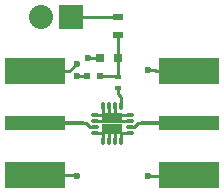
<source format=gtl>
G04 #@! TF.FileFunction,Copper,L1,Top,Signal*
%FSLAX46Y46*%
G04 Gerber Fmt 4.6, Leading zero omitted, Abs format (unit mm)*
G04 Created by KiCad (PCBNEW 4.0.2-stable) date Sat 23 Apr 2016 11:16:51 PM AKDT*
%MOMM*%
G01*
G04 APERTURE LIST*
%ADD10C,0.100000*%
%ADD11R,0.800000X0.750000*%
%ADD12R,0.600000X0.500000*%
%ADD13R,0.600000X0.400000*%
%ADD14R,2.032000X2.032000*%
%ADD15O,2.032000X2.032000*%
%ADD16R,0.900000X0.500000*%
%ADD17R,5.080000X1.290000*%
%ADD18R,5.080000X2.290000*%
%ADD19O,0.750000X0.300000*%
%ADD20O,0.300000X0.750000*%
%ADD21R,0.900000X0.900000*%
%ADD22C,0.600000*%
%ADD23C,0.250000*%
%ADD24C,0.350000*%
G04 APERTURE END LIST*
D10*
D11*
X141500000Y-99500000D03*
X140000000Y-99500000D03*
D12*
X140000000Y-101000000D03*
X138900000Y-101000000D03*
D13*
X141500000Y-101100000D03*
X141500000Y-102000000D03*
D14*
X137540000Y-96000000D03*
D15*
X135000000Y-96000000D03*
D16*
X141500000Y-96000000D03*
X141500000Y-97500000D03*
D17*
X134500000Y-105000000D03*
D18*
X134500000Y-109380000D03*
X134500000Y-100620000D03*
D19*
X139525000Y-104300000D03*
X139525000Y-104800000D03*
X139525000Y-105300000D03*
X139525000Y-105800000D03*
D20*
X140250000Y-106525000D03*
X140750000Y-106525000D03*
X141250000Y-106525000D03*
X141750000Y-106525000D03*
D19*
X142475000Y-105800000D03*
X142475000Y-105300000D03*
X142475000Y-104800000D03*
X142475000Y-104300000D03*
D20*
X141750000Y-103575000D03*
X141250000Y-103575000D03*
X140750000Y-103575000D03*
X140250000Y-103575000D03*
D21*
X141450000Y-105500000D03*
X141450000Y-104600000D03*
X140550000Y-105500000D03*
X140550000Y-104600000D03*
D17*
X147500000Y-105000000D03*
D18*
X147500000Y-100620000D03*
X147500000Y-109380000D03*
D22*
X140550000Y-105500000D03*
X141450000Y-105500000D03*
X141450000Y-104600000D03*
X140550000Y-104600000D03*
X144000000Y-100500000D03*
X144000000Y-109500000D03*
X138000000Y-109500000D03*
X138000000Y-100000000D03*
X138000000Y-101000000D03*
X139000000Y-99500000D03*
D23*
X140000000Y-101000000D02*
X141400000Y-101000000D01*
X141400000Y-101000000D02*
X141500000Y-101100000D01*
X141500000Y-101100000D02*
X141500000Y-99500000D01*
X141500000Y-97500000D02*
X141500000Y-99500000D01*
X140750000Y-103575000D02*
X140750000Y-104400000D01*
X140750000Y-104400000D02*
X140550000Y-104600000D01*
X141250000Y-103575000D02*
X141250000Y-104400000D01*
X141250000Y-104400000D02*
X141450000Y-104600000D01*
X142475000Y-104300000D02*
X141750000Y-104300000D01*
X141750000Y-104300000D02*
X141450000Y-104600000D01*
X142475000Y-104800000D02*
X141650000Y-104800000D01*
X141650000Y-104800000D02*
X141450000Y-104600000D01*
X142475000Y-105800000D02*
X141750000Y-105800000D01*
X141750000Y-105800000D02*
X141450000Y-105500000D01*
X141750000Y-106525000D02*
X141750000Y-105800000D01*
X141250000Y-106525000D02*
X141250000Y-105700000D01*
X141250000Y-105700000D02*
X141450000Y-105500000D01*
X140750000Y-106525000D02*
X140750000Y-105700000D01*
X140750000Y-105700000D02*
X140550000Y-105500000D01*
X140250000Y-106525000D02*
X140250000Y-105800000D01*
X140250000Y-105800000D02*
X140550000Y-105500000D01*
X139525000Y-105800000D02*
X140250000Y-105800000D01*
X139525000Y-104800000D02*
X140350000Y-104800000D01*
X140350000Y-104800000D02*
X140550000Y-104600000D01*
X139525000Y-104300000D02*
X140250000Y-104300000D01*
X140250000Y-104300000D02*
X140550000Y-104600000D01*
X140250000Y-103575000D02*
X140250000Y-104300000D01*
X144590000Y-100500000D02*
X144000000Y-100500000D01*
X147500000Y-100620000D02*
X144710000Y-100620000D01*
X144710000Y-100620000D02*
X144590000Y-100500000D01*
X144000000Y-109500000D02*
X147380000Y-109500000D01*
X147380000Y-109500000D02*
X147500000Y-109380000D01*
X134500000Y-109380000D02*
X137880000Y-109380000D01*
X137880000Y-109380000D02*
X138000000Y-109500000D01*
X134500000Y-100620000D02*
X137380000Y-100620000D01*
X137380000Y-100620000D02*
X138000000Y-100000000D01*
X138900000Y-101000000D02*
X138000000Y-101000000D01*
X140000000Y-99500000D02*
X139000000Y-99500000D01*
X141750000Y-102750000D02*
X141500000Y-102500000D01*
X141500000Y-102500000D02*
X141500000Y-102000000D01*
X141750000Y-103575000D02*
X141750000Y-102750000D01*
X137540000Y-96000000D02*
X141500000Y-96000000D01*
D24*
X138500000Y-105000000D02*
X134500000Y-105000000D01*
D23*
X138828235Y-105000000D02*
X138500000Y-105000000D01*
X139525000Y-105300000D02*
X139128235Y-105300000D01*
X139128235Y-105300000D02*
X138828235Y-105000000D01*
D24*
X143500000Y-105000000D02*
X147500000Y-105000000D01*
D23*
X143171765Y-105000000D02*
X143500000Y-105000000D01*
X142475000Y-105300000D02*
X142871765Y-105300000D01*
X142871765Y-105300000D02*
X143171765Y-105000000D01*
M02*

</source>
